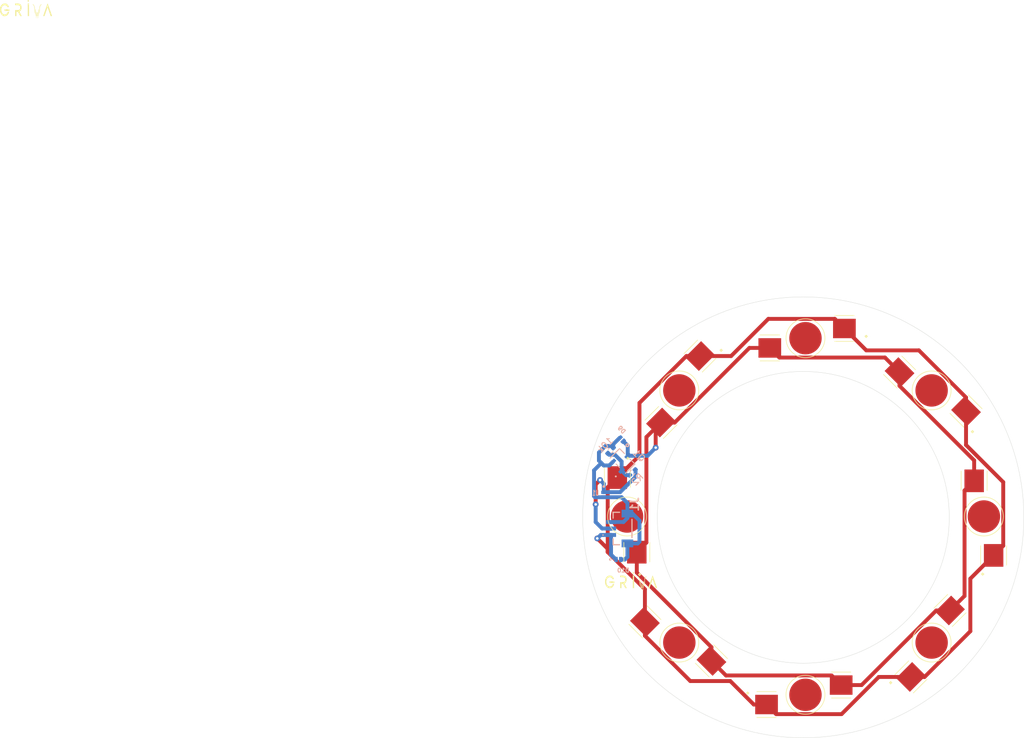
<source format=kicad_pcb>
(kicad_pcb (version 20241229) (generator "pcbnew") (generator_version "9.0")
  (title_block (title "LED_Ring(22.5x34mm)") (date "2025-06-17") (rev "01") (company "Griva_Healthcare_PVT_LTD"))
  (layers (0 "F.Cu" signal) (2 "B.Cu" signal) (13 "F.Paste" user) (15 "B.Paste" user) (5 "F.SilkS" user "F.Silkscreen") (7 "B.SilkS" user "B.Silkscreen") (1 "F.Mask" user) (3 "B.Mask" user) (25 "Edge.Cuts" user))
  (net 0 "")
  (net 1 "VCC")
  (net 2 "Drain")
  (net 3 "Gate")
  (net 4 "GND")
  (net 5 "Net-(Q1-Pad1)")
  (footprint "Library:LED_Sunrom" (layer "F.Cu") (at 143.837808 68.87)
    (property "Reference" "D1" (hide yes))
    (property "Value" "LED" (hide yes))
    (fp_line (start -7 -0.5) (end -4 -0.5) (stroke (width 0.1)) (layer "F.SilkS"))
    (fp_line (start -4 3.5) (end -6.999997 3.503411) (stroke (width 0.1)) (layer "F.SilkS"))
    (fp_line (start 4.5 -3.5) (end 7.5 -3.5) (stroke (width 0.1)) (layer "F.SilkS"))
    (fp_line (start 4.5 0.5) (end 7.5 0.5) (stroke (width 0.1)) (layer "F.SilkS"))
    (fp_circle (center 0 0) (end 3 0) (stroke (width 0.1)) (fill no) (layer "F.SilkS"))
    (pad "" smd circle (at 0 0 90) (size 5 5) (layers "F.Cu" "F.Mask" "F.Paste"))
    (pad "1" smd rect (at -5.5 1.5 90) (size 3 3.5) (layers "F.Cu" "F.Mask" "F.Paste") (net 2 "Drain"))
    (pad "2" smd rect (at 6 -1.5 90) (size 3 3.5) (layers "F.Cu" "F.Mask" "F.Paste") (net 1 "VCC"))
  )
  (footprint "Library:LED_Sunrom" (layer "F.Cu") (at 163.283244 76.924563 -45)
    (property "Reference" "D2" (hide yes))
    (property "Value" "LED" (hide yes))
    (fp_line (start -4 3.5) (end -6.999997 3.503411) (stroke (width 0.1)) (layer "F.SilkS"))
    (fp_line (start -7 -0.5) (end -4.000001 -0.5) (stroke (width 0.1)) (layer "F.SilkS"))
    (fp_line (start 4.5 0.5) (end 7.499999 0.5) (stroke (width 0.1)) (layer "F.SilkS"))
    (fp_line (start 4.5 -3.5) (end 7.5 -3.5) (stroke (width 0.1)) (layer "F.SilkS"))
    (fp_circle (center 0 0) (end 3 0) (stroke (width 0.1)) (fill no) (layer "F.SilkS"))
    (pad "" smd circle (at 0 0 45) (size 5 5) (layers "F.Cu" "F.Mask" "F.Paste"))
    (pad "1" smd rect (at -5.5 1.5 45) (size 3 3.5) (layers "F.Cu" "F.Mask" "F.Paste") (net 2 "Drain"))
    (pad "2" smd rect (at 6 -1.5 45) (size 3 3.5) (layers "F.Cu" "F.Mask" "F.Paste") (net 1 "VCC"))
  )
  (footprint "Griva_logo" (layer "F.Cu") (at 116.847808 106.51)
    (property "Reference" "G***" (hide yes))
    (property "Value" "LOGO" (hide yes))
    (fp_poly (pts (xy 0.471329 -1.044877) (xy 0.569739 -1.036453) (xy 0.575183 -0.062187) (xy 0.580628 0.912078) (xy 0.476774 0.912078) (xy 0.37292 0.912078) (xy 0.37292 -0.070611) (xy 0.37292 -1.053301)) (fill yes) (layer "F.SilkS"))
    (fp_poly (pts (xy 0.515909 -1.552602) (xy 0.548744 -1.493801) (xy 0.553174 -1.413429) (xy 0.542432 -1.368118) (xy 0.504834 -1.31615) (xy 0.449715 -1.296868) (xy 0.394914 -1.314149) (xy 0.377063 -1.332187) (xy 0.357919 -1.38387) (xy 0.352202 -1.437214) (xy 0.366802 -1.520923) (xy 0.411045 -1.566168) (xy 0.460379 -1.575408)) (fill yes) (layer "F.SilkS"))
    (fp_poly (pts (xy -2.843516 -0.145441) (xy -2.723782 -0.139867) (xy -2.61841 -0.132907) (xy -2.534393 -0.125187) (xy -2.478724 -0.117336) (xy -2.458792 -0.110886) (xy -2.451131 -0.072463) (xy -2.454063 -0.004449) (xy -2.455918 0.010219) (xy -2.470028 0.110555) (xy -2.840642 0.110555) (xy -3.211256 0.110555) (xy -3.211256 -0.024336) (xy -3.211256 -0.159226)) (fill yes) (layer "F.SilkS"))
    (fp_poly (pts (xy 3.437149 -1.04838) (xy 3.461466 -0.981952) (xy 3.498716 -0.87844) (xy 3.546606 -0.744349) (xy 3.602841 -0.586183) (xy 3.665126 -0.410445) (xy 3.731169 -0.223641) (xy 3.798673 -0.032274) (xy 3.865345 0.157151) (xy 3.92889 0.338131) (xy 3.987015 0.504162) (xy 4.037425 0.648739) (xy 4.077825 0.765358) (xy 4.105921 0.847515) (xy 4.119385 0.888593) (xy 4.104695 0.901478) (xy 4.059554 0.910008) (xy 4.014332 0.912078) (xy 3.902374 0.912078) (xy 3.667445 0.218635) (xy 3.596723 0.012679) (xy 3.535814 -0.159005) (xy 3.486059 -0.292895) (xy 3.448796 -0.385472) (xy 3.425364 -0.433212) (xy 3.417785 -0.437785) (xy 3.405512 -0.403438) (xy 3.378565 -0.325853) (xy 3.339388 -0.212136) (xy 3.290421 -0.06939) (xy 3.234108 0.09528) (xy 3.179401 0.255658) (xy 2.955749 0.912078) (xy 2.846196 0.912078) (xy 2.736644 0.912078) (xy 2.81575 0.684059) (xy 2.906996 0.421181) (xy 2.996015 0.164976) (xy 3.081139 -0.079778) (xy 3.160701 -0.308299) (xy 3.233033 -0.515806) (xy 3.296466 -0.697519) (xy 3.349334 -0.848656) (xy 3.389969 -0.964437) (xy 3.416702 -1.040081) (xy 3.427867 -1.070807) (xy 3.42806 -1.071222)) (fill yes) (layer "F.SilkS"))
    (fp_poly (pts (xy -1.149517 -1.043229) (xy -0.994442 -1.020829) (xy -0.870198 -0.981166) (xy -0.772107 -0.922331) (xy -0.695488 -0.84242) (xy -0.650135 -0.769119) (xy -0.607972 -0.648965) (xy -0.584713 -0.499032) (xy -0.581693 -0.339603) (xy -0.600249 -0.190963) (xy -0.609597 -0.153679) (xy -0.65124 -0.052304) (xy -0.712851 0.047135) (xy -0.782911 0.129156) (xy -0.849904 0.178276) (xy -0.859266 0.181946) (xy -0.898195 0.199288) (xy -0.911583 0.212368) (xy -0.900047 0.23803) (xy -0.868235 0.300307) (xy -0.820339 0.3912) (xy -0.76055 0.502714) (xy -0.724803 0.568675) (xy -0.538024 0.912078) (xy -0.660614 0.912078) (xy -0.783204 0.912078) (xy -0.956994 0.587323) (xy -1.130784 0.262568) (xy -1.249079 0.254279) (xy -1.367374 0.24599) (xy -1.367374 0.579034) (xy -1.367374 0.912078) (xy -1.470963 0.912078) (xy -1.574552 0.912078) (xy -1.574552 0.44222) (xy -1.574552 -0.027639) (xy -1.3104 -0.027793) (xy -1.166234 -0.030663) (xy -1.056593 -0.040433) (xy -0.974728 -0.059126) (xy -0.913889 -0.088767) (xy -0.867328 -0.13138) (xy -0.840402 -0.168762) (xy -0.797549 -0.27609) (xy -0.783603 -0.403045) (xy -0.798563 -0.529649) (xy -0.840402 -0.632762) (xy -0.881114 -0.685343) (xy -0.931517 -0.723576) (xy -0.998362 -0.749486) (xy -1.088398 -0.765098) (xy -1.208374 -0.772435) (xy -1.3104 -0.773731) (xy -1.574552 -0.773885) (xy -1.574552 -0.912078) (xy -1.574552 -1.050272) (xy -1.340102 -1.050272)) (fill yes) (layer "F.SilkS"))
    (fp_poly (pts (xy -3.057641 -1.034204) (xy -2.985125 -1.026774) (xy -2.930474 -1.011386) (xy -2.881934 -0.985507) (xy -2.862174 -0.972061) (xy -2.771534 -0.894349) (xy -2.681286 -0.794496) (xy -2.604866 -0.688677) (xy -2.563497 -0.612403) (xy -2.542404 -0.558608) (xy -2.542591 -0.525436) (xy -2.570131 -0.501886) (xy -2.631097 -0.476956) (xy -2.640076 -0.473668) (xy -2.689531 -0.458456) (xy -2.722693 -0.46383) (xy -2.754756 -0.497629) (xy -2.790335 -0.551196) (xy -2.890656 -0.667761) (xy -3.009537 -0.742136) (xy -3.139007 -0.774593) (xy -3.271093 -0.765398) (xy -3.397823 -0.714822) (xy -3.511224 -0.623133) (xy -3.584618 -0.524393) (xy -3.659053 -0.360545) (xy -3.697802 -0.18784) (xy -3.703649 -0.013543) (xy -3.67938 0.15508) (xy -3.627781 0.310764) (xy -3.551636 0.446243) (xy -3.453731 0.554252) (xy -3.336852 0.627525) (xy -3.203784 0.658798) (xy -3.131932 0.656399) (xy -3.006839 0.622238) (xy -2.894268 0.555663) (xy -2.80255 0.463875) (xy -2.740016 0.354073) (xy -2.724424 0.304175) (xy -2.709887 0.271277) (xy -2.679182 0.254498) (xy -2.621272 0.248953) (xy -2.599198 0.248749) (xy -2.535123 0.249924) (xy -2.504031 0.257679) (xy -2.497469 0.27836) (xy -2.506905 0.318033) (xy -2.584718 0.517786) (xy -2.693281 0.686992) (xy -2.826691 0.817129) (xy -2.875419 0.850205) (xy -2.990032 0.901164) (xy -3.119574 0.92863) (xy -3.247763 0.930865) (xy -3.358321 0.906133) (xy -3.36664 0.902618) (xy -3.537349 0.801416) (xy -3.678207 0.662015) (xy -3.78976 0.483781) (xy -3.847277 0.345484) (xy -3.876659 0.253468) (xy -3.894198 0.170975) (xy -3.902775 0.07741) (xy -3.905273 -0.047823) (xy -3.905302 -0.069097) (xy -3.90337 -0.201116) (xy -3.895785 -0.297787) (xy -3.879861 -0.378899) (xy -3.852912 -0.46424) (xy -3.85091 -0.469859) (xy -3.762732 -0.666864) (xy -3.652711 -0.820755) (xy -3.515223 -0.939281) (xy -3.505934 -0.945466) (xy -3.438267 -0.987802) (xy -3.38272 -1.014483) (xy -3.325713 -1.029071) (xy -3.253667 -1.035123) (xy -3.15978 -1.036212)) (fill yes) (layer "F.SilkS"))
    (fp_poly (pts (xy 1.186591 -0.931833) (xy 1.237786 -0.888789) (xy 1.300565 -0.81325) (xy 1.306453 -0.80518) (xy 1.39421 -0.657042) (xy 1.446487 -0.49947) (xy 1.466261 -0.320553) (xy 1.462663 -0.180623) (xy 1.457806 0.018247) (xy 1.474685 0.178462) (xy 1.515337 0.309997) (xy 1.581797 0.422828) (xy 1.587288 0.43005) (xy 1.639753 0.503574) (xy 1.667243 0.56197) (xy 1.677296 0.624383) (xy 1.67814 0.660864) (xy 1.682641 0.731) (xy 1.693914 0.770611) (xy 1.698858 0.773885) (xy 1.710168 0.748885) (xy 1.717693 0.684354) (xy 1.719576 0.620764) (xy 1.71698 0.52801) (xy 1.70406 0.46603) (xy 1.673113 0.410429) (xy 1.638857 0.365106) (xy 1.565588 0.23869) (xy 1.525611 0.093884) (xy 1.522475 -0.055802) (xy 1.524376 -0.070891) (xy 1.541039 -0.14033) (xy 1.566154 -0.160942) (xy 1.570924 -0.160172) (xy 1.590944 -0.141837) (xy 1.59928 -0.092273) (xy 1.59885 -0.013684) (xy 1.609221 0.124762) (xy 1.647625 0.240709) (xy 1.709548 0.322082) (xy 1.729887 0.336665) (xy 1.754655 0.354807) (xy 1.769944 0.380545) (xy 1.778034 0.426042) (xy 1.781202 0.503459) (xy 1.781729 0.613356) (xy 1.780183 0.737345) (xy 1.774773 0.815911) (xy 1.764339 0.858787) (xy 1.750652 0.874445) (xy 1.733011 0.898774) (xy 1.723187 0.955915) (xy 1.71966 1.055971) (xy 1.719576 1.080868) (xy 1.717225 1.175409) (xy 1.711047 1.243585) (xy 1.702351 1.27131) (xy 1.701863 1.271382) (xy 1.691613 1.246094) (xy 1.681114 1.179454) (xy 1.672482 1.085299) (xy 1.671787 1.074652) (xy 1.659919 0.955513) (xy 1.64235 0.867398) (xy 1.627346 0.830637) (xy 1.605216 0.771077) (xy 1.595307 0.691163) (xy 1.595269 0.686381) (xy 1.586502 0.611118) (xy 1.55533 0.538369) (xy 1.516803 0.479372) (xy 1.464555 0.394153) (xy 1.427916 0.301416) (xy 1.404532 0.189583) (xy 1.392048 0.047074) (xy 1.388108 -0.137688) (xy 1.388091 -0.153403) (xy 1.383344 -0.34026) (xy 1.366952 -0.485114) (xy 1.335692 -0.600088) (xy 1.286339 -0.697304) (xy 1.220528 -0.783372) (xy 1.174221 -0.842007) (xy 1.144883 -0.890224) (xy 1.139478 -0.90782) (xy 1.152111 -0.939228)) (fill yes) (layer "F.SilkS"))
    (fp_poly (pts (xy 2.484213 -0.918765) (xy 2.486134 -0.899666) (xy 2.4708 -0.859427) (xy 2.43231 -0.806148) (xy 2.414133 -0.786351) (xy 2.363026 -0.717919) (xy 2.312505 -0.624608) (xy 2.28995 -0.570744) (xy 2.26651 -0.501242) (xy 2.251523 -0.436641) (xy 2.243325 -0.361861) (xy 2.240254 -0.261825) (xy 2.240625 -0.123533) (xy 2.237475 0.069221) (xy 2.222184 0.219633) (xy 2.192122 0.339163) (xy 2.144654 0.439271) (xy 2.095189 0.509578) (xy 2.051103 0.576813) (xy 2.032902 0.647753) (xy 2.030342 0.710826) (xy 2.023221 0.802834) (xy 2.001445 0.845546) (xy 1.999266 0.846806) (xy 1.981548 0.871308) (xy 1.971722 0.928841) (xy 1.968256 1.029504) (xy 1.968189 1.051598) (xy 1.964147 1.175295) (xy 1.952127 1.246272) (xy 1.932287 1.26388) (xy 1.919284 1.252205) (xy 1.912338 1.217219) (xy 1.907542 1.143894) (xy 1.906036 1.062442) (xy 1.90296 0.957963) (xy 1.892644 0.898359) (xy 1.874959 0.874445) (xy 1.858802 0.853226) (xy 1.849108 0.803241) (xy 1.844614 0.714571) (xy 1.843882 0.630402) (xy 1.843882 0.402269) (xy 1.930731 0.302482) (xy 1.977592 0.245379) (xy 2.004507 0.196613) (xy 2.018115 0.136467) (xy 2.025055 0.045226) (xy 2.026374 0.018431) (xy 2.036165 -0.08718) (xy 2.051779 -0.151246) (xy 2.070512 -0.170206) (xy 2.089654 -0.140497) (xy 2.102953 -0.082316) (xy 2.108328 0.072743) (xy 2.074617 0.218787) (xy 2.008919 0.339109) (xy 1.962451 0.408504) (xy 1.935824 0.474972) (xy 1.920872 0.562512) (xy 1.916051 0.611998) (xy 1.909516 0.705839) (xy 1.911253 0.755182) (xy 1.922123 0.769914) (xy 1.929608 0.768164) (xy 1.94948 0.733834) (xy 1.962546 0.661275) (xy 1.964301 0.637706) (xy 1.9757 0.552605) (xy 2.005145 0.482678) (xy 2.050199 0.418744) (xy 2.101265 0.342045) (xy 2.136708 0.256053) (xy 2.158666 0.149832) (xy 2.169279 0.012444) (xy 2.170685 -0.167048) (xy 2.170281 -0.195404) (xy 2.168884 -0.32754) (xy 2.171131 -0.420001) (xy 2.179037 -0.48835) (xy 2.194617 -0.548146) (xy 2.219885 -0.614949) (xy 2.226765 -0.631699) (xy 2.27291 -0.727236) (xy 2.325623 -0.811819) (xy 2.379005 -0.879355) (xy 2.427162 -0.923752) (xy 2.464197 -0.93892)) (fill yes) (layer "F.SilkS"))
  )
  (footprint "Library:LED_Sunrom" (layer "F.Cu") (at 116.337808 96.37 90)
    (property "Reference" "D7" (hide yes))
    (property "Value" "LED" (hide yes))
    (fp_line (start 4.5 -3.5) (end 7.5 -3.5) (stroke (width 0.1)) (layer "F.SilkS"))
    (fp_line (start -7 -0.5) (end -4 -0.5) (stroke (width 0.1)) (layer "F.SilkS"))
    (fp_line (start 4.5 0.5) (end 7.5 0.5) (stroke (width 0.1)) (layer "F.SilkS"))
    (fp_line (start -4 3.5) (end -6.999997 3.503411) (stroke (width 0.1)) (layer "F.SilkS"))
    (fp_circle (center 0 0) (end 3 0) (stroke (width 0.1)) (fill no) (layer "F.SilkS"))
    (pad "" smd circle (at 0 0 180) (size 5 5) (layers "F.Cu" "F.Mask" "F.Paste"))
    (pad "1" smd rect (at -5.5 1.5 180) (size 3 3.5) (layers "F.Cu" "F.Mask" "F.Paste") (net 2 "Drain"))
    (pad "2" smd rect (at 6 -1.5 180) (size 3 3.5) (layers "F.Cu" "F.Mask" "F.Paste") (net 1 "VCC"))
  )
  (footprint "Library:LED_Sunrom" (layer "F.Cu") (at 171.337808 96.37 -90)
    (property "Reference" "D3" (hide yes))
    (property "Value" "LED" (hide yes))
    (fp_line (start -4 3.5) (end -6.999997 3.503411) (stroke (width 0.1)) (layer "F.SilkS"))
    (fp_line (start 4.5 0.5) (end 7.5 0.5) (stroke (width 0.1)) (layer "F.SilkS"))
    (fp_line (start -7 -0.5) (end -4 -0.5) (stroke (width 0.1)) (layer "F.SilkS"))
    (fp_line (start 4.5 -3.5) (end 7.5 -3.5) (stroke (width 0.1)) (layer "F.SilkS"))
    (fp_circle (center 0 0) (end 3 0) (stroke (width 0.1)) (fill no) (layer "F.SilkS"))
    (pad "" smd circle (at 0 0) (size 5 5) (layers "F.Cu" "F.Mask" "F.Paste"))
    (pad "1" smd rect (at -5.5 1.5) (size 3 3.5) (layers "F.Cu" "F.Mask" "F.Paste") (net 2 "Drain"))
    (pad "2" smd rect (at 6 -1.5) (size 3 3.5) (layers "F.Cu" "F.Mask" "F.Paste") (net 1 "VCC"))
  )
  (footprint "Griva_logo" (layer "F.Cu") (at 23.59 18.28)
    (property "Reference" "G***" (hide yes))
    (property "Value" "LOGO" (hide yes))
    (fp_poly (pts (xy 0.471329 -1.044877) (xy 0.569739 -1.036453) (xy 0.575183 -0.062187) (xy 0.580628 0.912078) (xy 0.476774 0.912078) (xy 0.37292 0.912078) (xy 0.37292 -0.070611) (xy 0.37292 -1.053301)) (fill yes) (layer "F.SilkS"))
    (fp_poly (pts (xy 0.515909 -1.552602) (xy 0.548744 -1.493801) (xy 0.553174 -1.413429) (xy 0.542432 -1.368118) (xy 0.504834 -1.31615) (xy 0.449715 -1.296868) (xy 0.394914 -1.314149) (xy 0.377063 -1.332187) (xy 0.357919 -1.38387) (xy 0.352202 -1.437214) (xy 0.366802 -1.520923) (xy 0.411045 -1.566168) (xy 0.460379 -1.575408)) (fill yes) (layer "F.SilkS"))
    (fp_poly (pts (xy -2.843516 -0.145441) (xy -2.723782 -0.139867) (xy -2.61841 -0.132907) (xy -2.534393 -0.125187) (xy -2.478724 -0.117336) (xy -2.458792 -0.110886) (xy -2.451131 -0.072463) (xy -2.454063 -0.004449) (xy -2.455918 0.010219) (xy -2.470028 0.110555) (xy -2.840642 0.110555) (xy -3.211256 0.110555) (xy -3.211256 -0.024336) (xy -3.211256 -0.159226)) (fill yes) (layer "F.SilkS"))
    (fp_poly (pts (xy 3.437149 -1.04838) (xy 3.461466 -0.981952) (xy 3.498716 -0.87844) (xy 3.546606 -0.744349) (xy 3.602841 -0.586183) (xy 3.665126 -0.410445) (xy 3.731169 -0.223641) (xy 3.798673 -0.032274) (xy 3.865345 0.157151) (xy 3.92889 0.338131) (xy 3.987015 0.504162) (xy 4.037425 0.648739) (xy 4.077825 0.765358) (xy 4.105921 0.847515) (xy 4.119385 0.888593) (xy 4.104695 0.901478) (xy 4.059554 0.910008) (xy 4.014332 0.912078) (xy 3.902374 0.912078) (xy 3.667445 0.218635) (xy 3.596723 0.012679) (xy 3.535814 -0.159005) (xy 3.486059 -0.292895) (xy 3.448796 -0.385472) (xy 3.425364 -0.433212) (xy 3.417785 -0.437785) (xy 3.405512 -0.403438) (xy 3.378565 -0.325853) (xy 3.339388 -0.212136) (xy 3.290421 -0.06939) (xy 3.234108 0.09528) (xy 3.179401 0.255658) (xy 2.955749 0.912078) (xy 2.846196 0.912078) (xy 2.736644 0.912078) (xy 2.81575 0.684059) (xy 2.906996 0.421181) (xy 2.996015 0.164976) (xy 3.081139 -0.079778) (xy 3.160701 -0.308299) (xy 3.233033 -0.515806) (xy 3.296466 -0.697519) (xy 3.349334 -0.848656) (xy 3.389969 -0.964437) (xy 3.416702 -1.040081) (xy 3.427867 -1.070807) (xy 3.42806 -1.071222)) (fill yes) (layer "F.SilkS"))
    (fp_poly (pts (xy -1.149517 -1.043229) (xy -0.994442 -1.020829) (xy -0.870198 -0.981166) (xy -0.772107 -0.922331) (xy -0.695488 -0.84242) (xy -0.650135 -0.769119) (xy -0.607972 -0.648965) (xy -0.584713 -0.499032) (xy -0.581693 -0.339603) (xy -0.600249 -0.190963) (xy -0.609597 -0.153679) (xy -0.65124 -0.052304) (xy -0.712851 0.047135) (xy -0.782911 0.129156) (xy -0.849904 0.178276) (xy -0.859266 0.181946) (xy -0.898195 0.199288) (xy -0.911583 0.212368) (xy -0.900047 0.23803) (xy -0.868235 0.300307) (xy -0.820339 0.3912) (xy -0.76055 0.502714) (xy -0.724803 0.568675) (xy -0.538024 0.912078) (xy -0.660614 0.912078) (xy -0.783204 0.912078) (xy -0.956994 0.587323) (xy -1.130784 0.262568) (xy -1.249079 0.254279) (xy -1.367374 0.24599) (xy -1.367374 0.579034) (xy -1.367374 0.912078) (xy -1.470963 0.912078) (xy -1.574552 0.912078) (xy -1.574552 0.44222) (xy -1.574552 -0.027639) (xy -1.3104 -0.027793) (xy -1.166234 -0.030663) (xy -1.056593 -0.040433) (xy -0.974728 -0.059126) (xy -0.913889 -0.088767) (xy -0.867328 -0.13138) (xy -0.840402 -0.168762) (xy -0.797549 -0.27609) (xy -0.783603 -0.403045) (xy -0.798563 -0.529649) (xy -0.840402 -0.632762) (xy -0.881114 -0.685343) (xy -0.931517 -0.723576) (xy -0.998362 -0.749486) (xy -1.088398 -0.765098) (xy -1.208374 -0.772435) (xy -1.3104 -0.773731) (xy -1.574552 -0.773885) (xy -1.574552 -0.912078) (xy -1.574552 -1.050272) (xy -1.340102 -1.050272)) (fill yes) (layer "F.SilkS"))
    (fp_poly (pts (xy -3.057641 -1.034204) (xy -2.985125 -1.026774) (xy -2.930474 -1.011386) (xy -2.881934 -0.985507) (xy -2.862174 -0.972061) (xy -2.771534 -0.894349) (xy -2.681286 -0.794496) (xy -2.604866 -0.688677) (xy -2.563497 -0.612403) (xy -2.542404 -0.558608) (xy -2.542591 -0.525436) (xy -2.570131 -0.501886) (xy -2.631097 -0.476956) (xy -2.640076 -0.473668) (xy -2.689531 -0.458456) (xy -2.722693 -0.46383) (xy -2.754756 -0.497629) (xy -2.790335 -0.551196) (xy -2.890656 -0.667761) (xy -3.009537 -0.742136) (xy -3.139007 -0.774593) (xy -3.271093 -0.765398) (xy -3.397823 -0.714822) (xy -3.511224 -0.623133) (xy -3.584618 -0.524393) (xy -3.659053 -0.360545) (xy -3.697802 -0.18784) (xy -3.703649 -0.013543) (xy -3.67938 0.15508) (xy -3.627781 0.310764) (xy -3.551636 0.446243) (xy -3.453731 0.554252) (xy -3.336852 0.627525) (xy -3.203784 0.658798) (xy -3.131932 0.656399) (xy -3.006839 0.622238) (xy -2.894268 0.555663) (xy -2.80255 0.463875) (xy -2.740016 0.354073) (xy -2.724424 0.304175) (xy -2.709887 0.271277) (xy -2.679182 0.254498) (xy -2.621272 0.248953) (xy -2.599198 0.248749) (xy -2.535123 0.249924) (xy -2.504031 0.257679) (xy -2.497469 0.27836) (xy -2.506905 0.318033) (xy -2.584718 0.517786) (xy -2.693281 0.686992) (xy -2.826691 0.817129) (xy -2.875419 0.850205) (xy -2.990032 0.901164) (xy -3.119574 0.92863) (xy -3.247763 0.930865) (xy -3.358321 0.906133) (xy -3.36664 0.902618) (xy -3.537349 0.801416) (xy -3.678207 0.662015) (xy -3.78976 0.483781) (xy -3.847277 0.345484) (xy -3.876659 0.253468) (xy -3.894198 0.170975) (xy -3.902775 0.07741) (xy -3.905273 -0.047823) (xy -3.905302 -0.069097) (xy -3.90337 -0.201116) (xy -3.895785 -0.297787) (xy -3.879861 -0.378899) (xy -3.852912 -0.46424) (xy -3.85091 -0.469859) (xy -3.762732 -0.666864) (xy -3.652711 -0.820755) (xy -3.515223 -0.939281) (xy -3.505934 -0.945466) (xy -3.438267 -0.987802) (xy -3.38272 -1.014483) (xy -3.325713 -1.029071) (xy -3.253667 -1.035123) (xy -3.15978 -1.036212)) (fill yes) (layer "F.SilkS"))
    (fp_poly (pts (xy 1.186591 -0.931833) (xy 1.237786 -0.888789) (xy 1.300565 -0.81325) (xy 1.306453 -0.80518) (xy 1.39421 -0.657042) (xy 1.446487 -0.49947) (xy 1.466261 -0.320553) (xy 1.462663 -0.180623) (xy 1.457806 0.018247) (xy 1.474685 0.178462) (xy 1.515337 0.309997) (xy 1.581797 0.422828) (xy 1.587288 0.43005) (xy 1.639753 0.503574) (xy 1.667243 0.56197) (xy 1.677296 0.624383) (xy 1.67814 0.660864) (xy 1.682641 0.731) (xy 1.693914 0.770611) (xy 1.698858 0.773885) (xy 1.710168 0.748885) (xy 1.717693 0.684354) (xy 1.719576 0.620764) (xy 1.71698 0.52801) (xy 1.70406 0.46603) (xy 1.673113 0.410429) (xy 1.638857 0.365106) (xy 1.565588 0.23869) (xy 1.525611 0.093884) (xy 1.522475 -0.055802) (xy 1.524376 -0.070891) (xy 1.541039 -0.14033) (xy 1.566154 -0.160942) (xy 1.570924 -0.160172) (xy 1.590944 -0.141837) (xy 1.59928 -0.092273) (xy 1.59885 -0.013684) (xy 1.609221 0.124762) (xy 1.647625 0.240709) (xy 1.709548 0.322082) (xy 1.729887 0.336665) (xy 1.754655 0.354807) (xy 1.769944 0.380545) (xy 1.778034 0.426042) (xy 1.781202 0.503459) (xy 1.781729 0.613356) (xy 1.780183 0.737345) (xy 1.774773 0.815911) (xy 1.764339 0.858787) (xy 1.750652 0.874445) (xy 1.733011 0.898774) (xy 1.723187 0.955915) (xy 1.71966 1.055971) (xy 1.719576 1.080868) (xy 1.717225 1.175409) (xy 1.711047 1.243585) (xy 1.702351 1.27131) (xy 1.701863 1.271382) (xy 1.691613 1.246094) (xy 1.681114 1.179454) (xy 1.672482 1.085299) (xy 1.671787 1.074652) (xy 1.659919 0.955513) (xy 1.64235 0.867398) (xy 1.627346 0.830637) (xy 1.605216 0.771077) (xy 1.595307 0.691163) (xy 1.595269 0.686381) (xy 1.586502 0.611118) (xy 1.55533 0.538369) (xy 1.516803 0.479372) (xy 1.464555 0.394153) (xy 1.427916 0.301416) (xy 1.404532 0.189583) (xy 1.392048 0.047074) (xy 1.388108 -0.137688) (xy 1.388091 -0.153403) (xy 1.383344 -0.34026) (xy 1.366952 -0.485114) (xy 1.335692 -0.600088) (xy 1.286339 -0.697304) (xy 1.220528 -0.783372) (xy 1.174221 -0.842007) (xy 1.144883 -0.890224) (xy 1.139478 -0.90782) (xy 1.152111 -0.939228)) (fill yes) (layer "F.SilkS"))
    (fp_poly (pts (xy 2.484213 -0.918765) (xy 2.486134 -0.899666) (xy 2.4708 -0.859427) (xy 2.43231 -0.806148) (xy 2.414133 -0.786351) (xy 2.363026 -0.717919) (xy 2.312505 -0.624608) (xy 2.28995 -0.570744) (xy 2.26651 -0.501242) (xy 2.251523 -0.436641) (xy 2.243325 -0.361861) (xy 2.240254 -0.261825) (xy 2.240625 -0.123533) (xy 2.237475 0.069221) (xy 2.222184 0.219633) (xy 2.192122 0.339163) (xy 2.144654 0.439271) (xy 2.095189 0.509578) (xy 2.051103 0.576813) (xy 2.032902 0.647753) (xy 2.030342 0.710826) (xy 2.023221 0.802834) (xy 2.001445 0.845546) (xy 1.999266 0.846806) (xy 1.981548 0.871308) (xy 1.971722 0.928841) (xy 1.968256 1.029504) (xy 1.968189 1.051598) (xy 1.964147 1.175295) (xy 1.952127 1.246272) (xy 1.932287 1.26388) (xy 1.919284 1.252205) (xy 1.912338 1.217219) (xy 1.907542 1.143894) (xy 1.906036 1.062442) (xy 1.90296 0.957963) (xy 1.892644 0.898359) (xy 1.874959 0.874445) (xy 1.858802 0.853226) (xy 1.849108 0.803241) (xy 1.844614 0.714571) (xy 1.843882 0.630402) (xy 1.843882 0.402269) (xy 1.930731 0.302482) (xy 1.977592 0.245379) (xy 2.004507 0.196613) (xy 2.018115 0.136467) (xy 2.025055 0.045226) (xy 2.026374 0.018431) (xy 2.036165 -0.08718) (xy 2.051779 -0.151246) (xy 2.070512 -0.170206) (xy 2.089654 -0.140497) (xy 2.102953 -0.082316) (xy 2.108328 0.072743) (xy 2.074617 0.218787) (xy 2.008919 0.339109) (xy 1.962451 0.408504) (xy 1.935824 0.474972) (xy 1.920872 0.562512) (xy 1.916051 0.611998) (xy 1.909516 0.705839) (xy 1.911253 0.755182) (xy 1.922123 0.769914) (xy 1.929608 0.768164) (xy 1.94948 0.733834) (xy 1.962546 0.661275) (xy 1.964301 0.637706) (xy 1.9757 0.552605) (xy 2.005145 0.482678) (xy 2.050199 0.418744) (xy 2.101265 0.342045) (xy 2.136708 0.256053) (xy 2.158666 0.149832) (xy 2.169279 0.012444) (xy 2.170685 -0.167048) (xy 2.170281 -0.195404) (xy 2.168884 -0.32754) (xy 2.171131 -0.420001) (xy 2.179037 -0.48835) (xy 2.194617 -0.548146) (xy 2.219885 -0.614949) (xy 2.226765 -0.631699) (xy 2.27291 -0.727236) (xy 2.325623 -0.811819) (xy 2.379005 -0.879355) (xy 2.427162 -0.923752) (xy 2.464197 -0.93892)) (fill yes) (layer "F.SilkS"))
  )
  (footprint "Library:LED_Sunrom" (layer "F.Cu") (at 163.283244 115.815436 -135)
    (property "Reference" "D4" (hide yes))
    (property "Value" "LED" (hide yes))
    (fp_line (start 4.5 0.5) (end 7.499999 0.5) (stroke (width 0.1)) (layer "F.SilkS"))
    (fp_line (start 4.5 -3.5) (end 7.5 -3.5) (stroke (width 0.1)) (layer "F.SilkS"))
    (fp_line (start -4 3.5) (end -6.999997 3.503411) (stroke (width 0.1)) (layer "F.SilkS"))
    (fp_line (start -7 -0.5) (end -4.000001 -0.5) (stroke (width 0.1)) (layer "F.SilkS"))
    (fp_circle (center 0 0) (end 3 0) (stroke (width 0.1)) (fill no) (layer "F.SilkS"))
    (pad "" smd circle (at 0 0 315) (size 5 5) (layers "F.Cu" "F.Mask" "F.Paste"))
    (pad "1" smd rect (at -5.5 1.5 315) (size 3 3.5) (layers "F.Cu" "F.Mask" "F.Paste") (net 2 "Drain"))
    (pad "2" smd rect (at 6 -1.5 315) (size 3 3.5) (layers "F.Cu" "F.Mask" "F.Paste") (net 1 "VCC"))
  )
  (footprint "Library:LED_Sunrom" (layer "F.Cu") (at 143.837808 123.87 180)
    (property "Reference" "D5" (hide yes))
    (property "Value" "LED" (hide yes))
    (fp_line (start 4.5 0.5) (end 7.5 0.5) (stroke (width 0.1)) (layer "F.SilkS"))
    (fp_line (start 4.5 -3.5) (end 7.5 -3.5) (stroke (width 0.1)) (layer "F.SilkS"))
    (fp_line (start -4 3.5) (end -6.999997 3.503411) (stroke (width 0.1)) (layer "F.SilkS"))
    (fp_line (start -7 -0.5) (end -4 -0.5) (stroke (width 0.1)) (layer "F.SilkS"))
    (fp_circle (center 0 0) (end 3 0) (stroke (width 0.1)) (fill no) (layer "F.SilkS"))
    (pad "" smd circle (at 0 0 270) (size 5 5) (layers "F.Cu" "F.Mask" "F.Paste"))
    (pad "1" smd rect (at -5.5 1.5 270) (size 3 3.5) (layers "F.Cu" "F.Mask" "F.Paste") (net 2 "Drain"))
    (pad "2" smd rect (at 6 -1.5 270) (size 3 3.5) (layers "F.Cu" "F.Mask" "F.Paste") (net 1 "VCC"))
  )
  (footprint "Library:LED_Sunrom" (layer "F.Cu") (at 124.392371 76.924563 45)
    (property "Reference" "D8" (hide yes))
    (property "Value" "LED" (hide yes))
    (fp_line (start -7 -0.5) (end -4.000001 -0.5) (stroke (width 0.1)) (layer "F.SilkS"))
    (fp_line (start -4 3.5) (end -6.999997 3.503411) (stroke (width 0.1)) (layer "F.SilkS"))
    (fp_line (start 4.5 -3.5) (end 7.5 -3.5) (stroke (width 0.1)) (layer "F.SilkS"))
    (fp_line (start 4.5 0.5) (end 7.499999 0.5) (stroke (width 0.1)) (layer "F.SilkS"))
    (fp_circle (center 0 0) (end 3 0) (stroke (width 0.1)) (fill no) (layer "F.SilkS"))
    (pad "" smd circle (at 0 0 135) (size 5 5) (layers "F.Cu" "F.Mask" "F.Paste"))
    (pad "1" smd rect (at -5.5 1.5 135) (size 3 3.5) (layers "F.Cu" "F.Mask" "F.Paste") (net 2 "Drain"))
    (pad "2" smd rect (at 6 -1.5 135) (size 3 3.5) (layers "F.Cu" "F.Mask" "F.Paste") (net 1 "VCC"))
  )
  (footprint "Library:LED_Sunrom" (layer "F.Cu") (at 124.392371 115.815436 135)
    (property "Reference" "D6" (hide yes))
    (property "Value" "LED" (hide yes))
    (fp_line (start 4.5 -3.5) (end 7.5 -3.5) (stroke (width 0.1)) (layer "F.SilkS"))
    (fp_line (start 4.5 0.5) (end 7.499999 0.5) (stroke (width 0.1)) (layer "F.SilkS"))
    (fp_line (start -7 -0.5) (end -4.000001 -0.5) (stroke (width 0.1)) (layer "F.SilkS"))
    (fp_line (start -4 3.5) (end -6.999997 3.503411) (stroke (width 0.1)) (layer "F.SilkS"))
    (fp_circle (center 0 0) (end 3 0) (stroke (width 0.1)) (fill no) (layer "F.SilkS"))
    (pad "" smd circle (at 0 0 225) (size 5 5) (layers "F.Cu" "F.Mask" "F.Paste"))
    (pad "1" smd rect (at -5.5 1.5 225) (size 3 3.5) (layers "F.Cu" "F.Mask" "F.Paste") (net 2 "Drain"))
    (pad "2" smd rect (at 6 -1.5 225) (size 3 3.5) (layers "F.Cu" "F.Mask" "F.Paste") (net 1 "VCC"))
  )
  (footprint "PESD3V3U1UL_315:DIO_PESD5V0S1UL_315" (layer "B.Cu") (at 112.75 93 -90)
    (property "Reference" "U1" (at -0.25 1.25 0) (layer "B.SilkS") (effects (font (size 0.8 0.5) (thickness 0.125) (bold yes)) (justify mirror)))
    (property "Value" "PESD3V3U1UL_315" (hide yes))
    (fp_circle (center -1.25 0) (end -1.15 0) (stroke (width 0.2)) (fill no) (layer "B.SilkS"))
    (pad "A" smd rect (at 0.35 0 270) (size 0.5 0.8) (layers "B.Cu") (net 4 "GND"))
    (pad "K" smd rect (at -0.35 0 270) (size 0.5 0.8) (layers "B.Cu") (net 3 "Gate"))
  )
  (footprint "PESD5V0S1UL_315:DIO_PESD5V0S1UL_315" (layer "B.Cu") (at 115 103)
    (property "Reference" "D10" (at 0.762 1.6764 0) (layer "B.SilkS") (effects (font (size 0.64 0.64)) (justify mirror)))
    (property "Value" "PESD5V0S1UL_315" (hide yes))
    (fp_circle (center -1.25 0) (end -1.15 0) (stroke (width 0.2)) (fill no) (layer "B.SilkS"))
    (pad "A" smd rect (at 0.35 0) (size 0.5 0.8) (layers "B.Cu") (net 4 "GND"))
    (pad "K" smd rect (at -0.35 0) (size 0.5 0.8) (layers "B.Cu") (net 1 "VCC"))
  )
  (footprint "AO3400A:SOT-23-3L_AOS-L" (layer "B.Cu") (at 115.634704 87.808223 135)
    (property "Reference" "Q1" (at -1.237437 2.380437 315) (layer "B.SilkS") (effects (justify mirror)))
    (property "Value" "AO3400A")
    (fp_line (start 1.6764 -1.0287) (end 1.6764 1.0287) (stroke (width 0.1524)) (layer "B.SilkS"))
    (fp_line (start -0.36576 -1.0287) (end 0.36576 -1.0287) (stroke (width 0.1524)) (layer "B.SilkS"))
    (fp_line (start 1.6764 1.0287) (end 0.58674 1.0287) (stroke (width 0.1524)) (layer "B.SilkS"))
    (fp_line (start -0.58674 1.0287) (end -1.6764 1.0287) (stroke (width 0.1524)) (layer "B.SilkS"))
    (fp_line (start -1.6764 1.0287) (end -1.6764 -1.0287) (stroke (width 0.1524)) (layer "B.SilkS"))
    (fp_circle (center -0.9525 -2.413) (end -0.8763 -2.413) (stroke (width 0.1524)) (fill no) (layer "B.SilkS"))
    (pad "1" smd rect (at -0.9525 -1.143 135) (size 0.508 1.016) (layers "B.Cu" "B.Mask" "B.Paste") (net 5 "Net-(Q1-Pad1)"))
    (pad "2" smd rect (at 0.9525 -1.143 135) (size 0.508 1.016) (layers "B.Cu" "B.Mask" "B.Paste") (net 4 "GND"))
    (pad "3" smd rect (at 0 1.143 135) (size 0.508 1.016) (layers "B.Cu" "B.Mask" "B.Paste") (net 2 "Drain"))
  )
  (footprint "Resistor_SMD:R_0402_1005Metric_Pad0.72x0.64mm_HandSolder" (layer "B.Cu") (at 113.792496 86.197504 45)
    (property "Reference" "R1" (hide yes))
    (property "Value" "10k" (at 0 -1.17 225) (layer "B.SilkS") (effects (justify mirror)))
    (fp_line (start -0.167621 -0.380001) (end 0.167621 -0.380001) (stroke (width 0.12)) (layer "B.SilkS"))
    (fp_line (start -0.167621 0.380001) (end 0.167621 0.380001) (stroke (width 0.12)) (layer "B.SilkS"))
    (pad "1" smd roundrect (at -0.5975 0 45) (size 0.715 0.64) (layers "B.Cu" "B.Mask" "B.Paste") (net 5 "Net-(Q1-Pad1)"))
    (pad "2" smd roundrect (at 0.5975 0 45) (size 0.715 0.64) (layers "B.Cu" "B.Mask" "B.Paste") (net 4 "GND"))
  )
  (footprint "PESD5V0S1UL_315:DIO_PESD5V0S1UL_315" (layer "B.Cu") (at 115.5 84.5 135)
    (property "Reference" "D9" (at 1.06066 1.06066 135) (layer "B.SilkS") (effects (font (size 0.64 0.64)) (justify mirror)))
    (property "Value" "PESD5V0S1UL_315" (hide yes))
    (fp_circle (center -1.249999 0) (end -1.15 0) (stroke (width 0.2)) (fill no) (layer "B.SilkS"))
    (pad "A" smd rect (at 0.349999 0 135) (size 0.5 0.8) (layers "B.Cu") (net 4 "GND"))
    (pad "K" smd rect (at -0.349999 0 135) (size 0.5 0.8) (layers "B.Cu") (net 2 "Drain"))
  )
  (footprint "Resistor_SMD:R_0402_1005Metric_Pad0.72x0.64mm_HandSolder" (layer "B.Cu") (at 117.172496 89.577504 -135)
    (property "Reference" "R2" (at 0.222744 -1.315219 45) (layer "B.SilkS") (effects (justify mirror)))
    (property "Value" "220E" (hide yes))
    (fp_line (start -0.167621 0.380001) (end 0.167621 0.380001) (stroke (width 0.12)) (layer "B.SilkS"))
    (fp_line (start -0.167621 -0.380001) (end 0.167621 -0.380001) (stroke (width 0.12)) (layer "B.SilkS"))
    (pad "1" smd roundrect (at -0.5975 0 225) (size 0.715 0.64) (layers "B.Cu" "B.Mask" "B.Paste") (net 3 "Gate"))
    (pad "2" smd roundrect (at 0.5975 0 225) (size 0.715 0.64) (layers "B.Cu" "B.Mask" "B.Paste") (net 5 "Net-(Q1-Pad1)"))
  )
  (footprint "3pin:BM03BSRSSTBTLFSN" (layer "B.Cu") (at 115.48 98.22 -90)
    (property "Reference" "J1" (at -3.72 -2.02 90) (layer "B.SilkS") (effects (font (size 1.27 1.27) (thickness 0.254)) (justify mirror)))
    (property "Value" "BM03B-SRSS-TBT_LF__SN_" (hide yes))
    (fp_line (start 1 2.9) (end 1 2.9) (stroke (width 0.1)) (layer "B.SilkS"))
    (fp_line (start 1 2.8) (end 1 2.8) (stroke (width 0.1)) (layer "B.SilkS"))
    (fp_line (start -2.5 1.287) (end -2.5 0.3) (stroke (width 0.2)) (layer "B.SilkS"))
    (fp_line (start -1.6 1.287) (end -2.5 1.287) (stroke (width 0.2)) (layer "B.SilkS"))
    (fp_line (start 1.6 1.287) (end 2.5 1.287) (stroke (width 0.2)) (layer "B.SilkS"))
    (fp_line (start 2.5 1.287) (end 2.5 0.3) (stroke (width 0.2)) (layer "B.SilkS"))
    (fp_line (start -1.4 -1.613) (end 1.4 -1.613) (stroke (width 0.2)) (layer "B.SilkS"))
    (fp_arc (start 1 2.9) (mid 0.95 2.85) (end 1 2.8) (stroke (width 0.1)) (layer "B.SilkS"))
    (fp_arc (start 1 2.8) (mid 1.05 2.85) (end 1 2.9) (stroke (width 0.1)) (layer "B.SilkS"))
    (pad "1" smd rect (at 1 1.612 270) (size 0.6 1.55) (layers "B.Cu" "B.Mask" "B.Paste") (net 1 "VCC"))
    (pad "2" smd rect (at 0 1.612 270) (size 0.6 1.55) (layers "B.Cu" "B.Mask" "B.Paste") (net 3 "Gate"))
    (pad "3" smd rect (at -1 1.612 270) (size 0.6 1.55) (layers "B.Cu" "B.Mask" "B.Paste") (net 4 "GND"))
    (pad "4" smd rect (at -2.3 -0.913 270) (size 1.2 1.8) (layers "B.Cu" "B.Mask" "B.Paste") (net 4 "GND"))
    (pad "5" smd rect (at 2.3 -0.913 270) (size 1.2 1.8) (layers "B.Cu" "B.Mask" "B.Paste") (net 4 "GND"))
  )
  (gr_circle (center 143.5 96.5) (end 177.5 96.5) (stroke (width 0.05)) (fill no) (layer "Edge.Cuts"))
  (gr_circle (center 143.5 96.5) (end 166 96.5) (stroke (width 0.05)) (fill no) (layer "Edge.Cuts"))
  (gr_text "." (at 168.56 83.97 0) (layer "F.SilkS") (effects (font (size 4 4) (thickness 0.1)) (justify left bottom)))
  (gr_text "." (at 170.13 105.94 0) (layer "F.SilkS") (effects (font (size 4 4) (thickness 0.1)) (justify left bottom)))
  (gr_text "." (at 129.83 71.42 0) (layer "F.SilkS") (effects (font (size 4 4) (thickness 0.1)) (justify left bottom)))
  (gr_text "." (at 115.43 88.09 0) (layer "F.SilkS") (effects (font (size 4 4) (thickness 0.1)) (justify left bottom)))
  (gr_text "." (at 133.91 124.3 0) (layer "F.SilkS") (effects (font (size 4 4) (thickness 0.1)) (justify left bottom)))
  (gr_text "." (at 117.25 106 0) (layer "F.SilkS") (effects (font (size 4 4) (thickness 0.1)) (justify left bottom)))
  (gr_text "." (at 152.18 69.27 0) (layer "F.SilkS") (effects (font (size 4 4) (thickness 0.1)) (justify left bottom)))
  (gr_text "." (at 155.95 122.69 0) (layer "F.SilkS") (effects (font (size 4 4) (thickness 0.1)) (justify left bottom)))
  (segment (start 149.837808 67.37) (end 153.217808 70.75) (width 0.6) (layer "F.Cu") (net 1))
  (segment (start 118.25 78.851163) (end 125.479901 71.621262) (width 0.6) (layer "F.Cu") (net 1))
  (segment (start 135.87 125.37) (end 132.25 121.75) (width 0.6) (layer "F.Cu") (net 1))
  (segment (start 119.08907 112.633455) (end 119.08907 107.58907) (width 0.6) (layer "F.Cu") (net 1))
  (segment (start 155.131263 121.118737) (end 149.399 126.851) (width 0.6) (layer "F.Cu") (net 1))
  (segment (start 113.356808 101.356808) (end 113.356808 101.856808) (width 0.6) (layer "F.Cu") (net 1))
  (segment (start 113.356808 91.851) (end 114.837808 90.37) (width 0.6) (layer "F.Cu") (net 1))
  (segment (start 114.837808 90.37) (end 118.25 86.957808) (width 0.6) (layer "F.Cu") (net 1))
  (segment (start 125.479901 71.621262) (end 127.574352 71.621262) (width 0.6) (layer "F.Cu") (net 1))
  (segment (start 126.084295 121.75) (end 119.08907 114.754775) (width 0.6) (layer "F.Cu") (net 1))
  (segment (start 168.586545 80.106544) (end 168.586545 85.336545) (width 0.6) (layer "F.Cu") (net 1))
  (segment (start 148.356808 65.889) (end 149.837808 67.37) (width 0.6) (layer "F.Cu") (net 1))
  (segment (start 162.195714 121.118737) (end 160.101263 121.118737) (width 0.6) (layer "F.Cu") (net 1))
  (segment (start 168.586545 78.012093) (end 168.586545 80.106544) (width 0.6) (layer "F.Cu") (net 1))
  (segment (start 137.837808 125.37) (end 135.87 125.37) (width 0.6) (layer "F.Cu") (net 1))
  (segment (start 153.217808 70.75) (end 161.324452 70.75) (width 0.6) (layer "F.Cu") (net 1))
  (segment (start 139.318808 126.851) (end 137.837808 125.37) (width 0.6) (layer "F.Cu") (net 1))
  (segment (start 138.111 65.889) (end 148.356808 65.889) (width 0.6) (layer "F.Cu") (net 1))
  (segment (start 127.574352 71.621262) (end 132.378738 71.621262) (width 0.6) (layer "F.Cu") (net 1))
  (segment (start 172.837808 102.37) (end 169.25 105.957808) (width 0.6) (layer "F.Cu") (net 1))
  (segment (start 132.378738 71.621262) (end 138.111 65.889) (width 0.6) (layer "F.Cu") (net 1))
  (segment (start 174.318808 91.068808) (end 174.318808 100.889) (width 0.6) (layer "F.Cu") (net 1))
  (segment (start 118.25 86.957808) (end 118.25 78.851163) (width 0.6) (layer "F.Cu") (net 1))
  (segment (start 119.08907 107.58907) (end 113.356808 101.856808) (width 0.6) (layer "F.Cu") (net 1))
  (segment (start 174.318808 100.889) (end 172.837808 102.37) (width 0.6) (layer "F.Cu") (net 1))
  (segment (start 111.75 99.75) (end 113.356808 101.356808) (width 0.6) (layer "F.Cu") (net 1))
  (segment (start 160.101263 121.118737) (end 155.131263 121.118737) (width 0.6) (layer "F.Cu") (net 1))
  (segment (start 161.324452 70.75) (end 168.586545 78.012093) (width 0.6) (layer "F.Cu") (net 1))
  (segment (start 119.08907 114.754775) (end 119.08907 112.633455) (width 0.6) (layer "F.Cu") (net 1))
  (segment (start 168.586545 85.336545) (end 174.318808 91.068808) (width 0.6) (layer "F.Cu") (net 1))
  (segment (start 114.207808 91) (end 114.837808 90.37) (width 0.6) (layer "F.Cu") (net 1))
  (segment (start 132.25 121.75) (end 126.084295 121.75) (width 0.6) (layer "F.Cu") (net 1))
  (segment (start 169.25 114.064451) (end 162.195714 121.118737) (width 0.6) (layer "F.Cu") (net 1))
  (segment (start 149.399 126.851) (end 139.318808 126.851) (width 0.6) (layer "F.Cu") (net 1))
  (segment (start 169.25 105.957808) (end 169.25 114.064451) (width 0.6) (layer "F.Cu") (net 1))
  (segment (start 113.356808 101.856808) (end 113.356808 91.851) (width 0.6) (layer "F.Cu") (net 1))
  (via (at 111.75 99.75) (size 0.9) (drill 0.4) (layers "F.Cu" "B.Cu") (net 1))
  (segment (start 112.28 99.22) (end 111.75 99.75) (width 0.6) (layer "B.Cu") (net 1))
  (segment (start 113.868 99.22) (end 112.28 99.22) (width 0.6) (layer "B.Cu") (net 1))
  (segment (start 113.868 99.22) (end 113.868 102.249) (width 0.6) (layer "B.Cu") (net 1))
  (segment (start 113.868 102.249) (end 114.619 103) (width 0.6) (layer "B.Cu") (net 1))
  (segment (start 166.111671 110.865689) (end 163.990351 110.865689) (width 0.6) (layer "F.Cu") (net 2))
  (segment (start 169.837808 90.87) (end 168.356808 92.351) (width 0.6) (layer "F.Cu") (net 2))
  (segment (start 123.685264 81.87431) (end 135.189574 70.37) (width 0.6) (layer "F.Cu") (net 2))
  (segment (start 169.837808 87.721767) (end 169.837808 90.87) (width 0.6) (layer "F.Cu") (net 2))
  (segment (start 158.333497 74.096136) (end 158.333497 76.217456) (width 0.6) (layer "F.Cu") (net 2))
  (segment (start 131.587255 120.889) (end 129.342118 118.643863) (width 0.6) (layer "F.Cu") (net 2))
  (segment (start 120.75 82.688254) (end 121.563944 81.87431) (width 0.6) (layer "F.Cu") (net 2))
  (segment (start 147.856808 120.889) (end 131.587255 120.889) (width 0.6) (layer "F.Cu") (net 2))
  (segment (start 119.318808 84.119446) (end 121.563944 81.87431) (width 0.6) (layer "F.Cu") (net 2))
  (segment (start 158.333497 76.217456) (end 169.837808 87.721767) (width 0.6) (layer "F.Cu") (net 2))
  (segment (start 117.837808 105.018233) (end 117.837808 101.87) (width 0.6) (layer "F.Cu") (net 2))
  (segment (start 152.48604 122.37) (end 149.337808 122.37) (width 0.6) (layer "F.Cu") (net 2))
  (segment (start 121.563944 81.87431) (end 123.685264 81.87431) (width 0.6) (layer "F.Cu") (net 2))
  (segment (start 138.337808 70.37) (end 139.818808 71.851) (width 0.6) (layer "F.Cu") (net 2))
  (segment (start 120.75 85.75) (end 120.75 82.688254) (width 0.6) (layer "F.Cu") (net 2))
  (segment (start 168.356808 92.351) (end 168.356808 108.620552) (width 0.6) (layer "F.Cu") (net 2))
  (segment (start 149.337808 122.37) (end 147.856808 120.889) (width 0.6) (layer "F.Cu") (net 2))
  (segment (start 135.189574 70.37) (end 138.337808 70.37) (width 0.6) (layer "F.Cu") (net 2))
  (segment (start 156.088361 71.851) (end 158.333497 74.096136) (width 0.6) (layer "F.Cu") (net 2))
  (segment (start 117.837808 101.87) (end 119.318808 100.389) (width 0.6) (layer "F.Cu") (net 2))
  (segment (start 168.356808 108.620552) (end 166.111671 110.865689) (width 0.6) (layer "F.Cu") (net 2))
  (segment (start 129.342118 118.643863) (end 129.342118 116.522543) (width 0.6) (layer "F.Cu") (net 2))
  (segment (start 163.990351 110.865689) (end 152.48604 122.37) (width 0.6) (layer "F.Cu") (net 2))
  (segment (start 139.818808 71.851) (end 156.088361 71.851) (width 0.6) (layer "F.Cu") (net 2))
  (segment (start 119.318808 100.389) (end 119.318808 84.119446) (width 0.6) (layer "F.Cu") (net 2))
  (segment (start 129.342118 116.522543) (end 117.837808 105.018233) (width 0.6) (layer "F.Cu") (net 2))
  (via (at 120.75 85.75) (size 0.9) (drill 0.4) (layers "F.Cu" "B.Cu") (net 2))
  (segment (start 116.442927 87) (end 116.442927 85.442927) (width 0.6) (layer "B.Cu") (net 2))
  (segment (start 116.442927 87) (end 119.5 87) (width 0.6) (layer "B.Cu") (net 2))
  (segment (start 119.5 87) (end 120.75 85.75) (width 0.6) (layer "B.Cu") (net 2))
  (segment (start 116.442927 85.442927) (end 115.769408 84.769408) (width 0.6) (layer "B.Cu") (net 2))
  (segment (start 111.5 91.43) (end 112.18 90.75) (width 0.6) (layer "F.Cu") (net 3))
  (segment (start 111.5 94.5) (end 111.5 91.43) (width 0.6) (layer "F.Cu") (net 3))
  (via (at 111.5 94.5) (size 0.9) (drill 0.4) (layers "F.Cu" "B.Cu") (net 3))
  (via (at 112.18 90.75) (size 0.9) (drill 0.4) (layers "F.Cu" "B.Cu") (net 3))
  (segment (start 112.493 98.22) (end 111.5 97.227) (width 0.6) (layer "B.Cu") (net 3))
  (segment (start 117.646926 89.206942) (end 117.646926 90.235858) (width 0.6) (layer "B.Cu") (net 3))
  (segment (start 117.594992 89.155008) (end 117.646926 89.206942) (width 0.6) (layer "B.Cu") (net 3))
  (segment (start 111.5 97.227) (end 111.5 94.5) (width 0.6) (layer "B.Cu") (net 3))
  (segment (start 113.807 98.281) (end 113.868 98.22) (width 0.6) (layer "B.Cu") (net 3))
  (segment (start 112.18 90.75) (end 112.75 91.32) (width 0.6) (layer "B.Cu") (net 3))
  (segment (start 115.263784 92.619) (end 112.75 92.619) (width 0.6) (layer "B.Cu") (net 3))
  (segment (start 117.646926 90.235858) (end 115.263784 92.619) (width 0.6) (layer "B.Cu") (net 3))
  (segment (start 113.868 98.22) (end 112.493 98.22) (width 0.6) (layer "B.Cu") (net 3))
  (segment (start 112.75 91.32) (end 112.75 92.619) (width 0.6) (layer "B.Cu") (net 3))
  (segment (start 113.939984 85.5) (end 113 85.5) (width 0.6) (layer "B.Cu") (net 4))
  (segment (start 114.152962 87.942927) (end 113.595889 88.5) (width 0.6) (layer "B.Cu") (net 4))
  (segment (start 116.393 95.92) (end 117.17 95.92) (width 0.6) (layer "B.Cu") (net 4))
  (segment (start 115.5 93.4) (end 116.393 94.293) (width 0.6) (layer "B.Cu") (net 4))
  (segment (start 116.393 94.293) (end 116.393 95.92) (width 0.6) (layer "B.Cu") (net 4))
  (segment (start 116 103) (end 115.4 103) (width 0.6) (layer "B.Cu") (net 4))
  (segment (start 117.98 100.52) (end 116.393 100.52) (width 0.6) (layer "B.Cu") (net 4))
  (segment (start 118.25 100.25) (end 117.98 100.52) (width 0.6) (layer "B.Cu") (net 4))
  (segment (start 116.393 100.52) (end 116.393 102.607) (width 0.6) (layer "B.Cu") (net 4))
  (segment (start 112.375 88.125) (end 112.75 88.5) (width 0.6) (layer "B.Cu") (net 4))
  (segment (start 112 86.5) (end 112 87.75) (width 0.6) (layer "B.Cu") (net 4))
  (segment (start 111.25 89.25) (end 111.25 93.25) (width 0.6) (layer "B.Cu") (net 4))
  (segment (start 113 85.5) (end 112 86.5) (width 0.6) (layer "B.Cu") (net 4))
  (segment (start 111.25 93.25) (end 111.4 93.4) (width 0.6) (layer "B.Cu") (net 4))
  (segment (start 116.393 96.607) (end 115.78 97.22) (width 0.6) (layer "B.Cu") (net 4))
  (segment (start 115.78 97.22) (end 113.868 97.22) (width 0.6) (layer "B.Cu") (net 4))
  (segment (start 112.375 88.125) (end 111.25 89.25) (width 0.6) (layer "B.Cu") (net 4))
  (segment (start 114.214992 85.775008) (end 113.939984 85.5) (width 0.6) (layer "B.Cu") (net 4))
  (segment (start 111.4 93.4) (end 115.5 93.4) (width 0.6) (layer "B.Cu") (net 4))
  (segment (start 118.25 97) (end 118.25 100.25) (width 0.6) (layer "B.Cu") (net 4))
  (segment (start 114.214992 85.219324) (end 115.217158 84.217158) (width 0.6) (layer "B.Cu") (net 4))
  (segment (start 114.214992 85.775008) (end 114.214992 85.219324) (width 0.6) (layer "B.Cu") (net 4))
  (segment (start 116.393 102.607) (end 116 103) (width 0.6) (layer "B.Cu") (net 4))
  (segment (start 112.75 88.5) (end 113.595889 88.5) (width 0.6) (layer "B.Cu") (net 4))
  (segment (start 117.17 95.92) (end 118.25 97) (width 0.6) (layer "B.Cu") (net 4))
  (segment (start 116.393 95.92) (end 116.393 96.607) (width 0.6) (layer "B.Cu") (net 4))
  (segment (start 112 87.75) (end 112.375 88.125) (width 0.6) (layer "B.Cu") (net 4))
  (segment (start 116.210035 90) (end 115.5 89.289965) (width 0.6) (layer "B.Cu") (net 5))
  (segment (start 116.75 90) (end 116.210035 90) (width 0.6) (layer "B.Cu") (net 5))
  (segment (start 113.596274 86.846274) (end 114.454967 86.846274) (width 0.6) (layer "B.Cu") (net 5))
  (segment (start 113.37 86.62) (end 113.596274 86.846274) (width 0.6) (layer "B.Cu") (net 5))
  (segment (start 114.454967 86.846274) (end 115.5 87.891307) (width 0.6) (layer "B.Cu") (net 5))
  (segment (start 115.5 87.891307) (end 115.5 89.289965) (width 0.6) (layer "B.Cu") (net 5))
)
</source>
